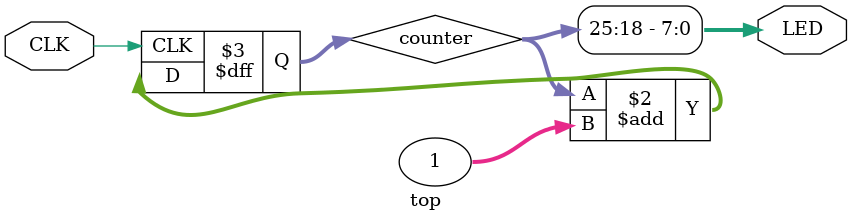
<source format=v>
`timescale 1 ps / 1 ps

module top
(
	input wire CLK,
	
	output wire [7:0] LED
);

	reg [31:0] counter;
	
	always @(posedge CLK) begin
		counter <= counter + 1;
	end
	
	assign LED = counter[25 -: 8];
	
endmodule

</source>
